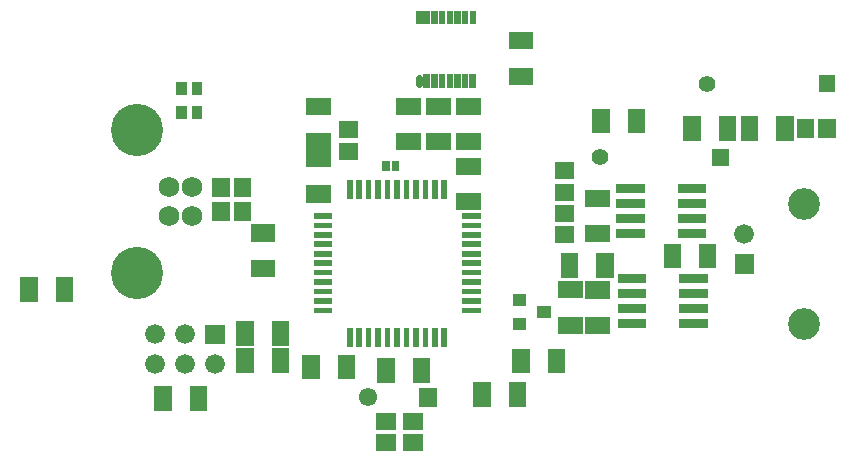
<source format=gbr>
G04 start of page 6 for group -4063 idx -4063 *
G04 Title: (unknown), componentmask *
G04 Creator: pcb 1.99z *
G04 CreationDate: Thu 26 Sep 2013 01:10:09 AM GMT UTC *
G04 For: commonadmin *
G04 Format: Gerber/RS-274X *
G04 PCB-Dimensions: 600000 500000 *
G04 PCB-Coordinate-Origin: lower left *
%MOIN*%
%FSLAX25Y25*%
%LNTOPMASK*%
%ADD78R,0.0300X0.0300*%
%ADD77R,0.0400X0.0400*%
%ADD76R,0.0257X0.0257*%
%ADD75R,0.0220X0.0220*%
%ADD74C,0.0220*%
%ADD73R,0.0187X0.0187*%
%ADD72R,0.0572X0.0572*%
%ADD71R,0.0355X0.0355*%
%ADD70C,0.0610*%
%ADD69C,0.1740*%
%ADD68C,0.0680*%
%ADD67C,0.1060*%
%ADD66C,0.0660*%
%ADD65C,0.0560*%
%ADD64C,0.0001*%
G54D64*G36*
X243700Y115800D02*Y110200D01*
X249300D01*
Y115800D01*
X243700D01*
G37*
G54D65*X206500Y113000D03*
G54D64*G36*
X251200Y80800D02*Y74200D01*
X257800D01*
Y80800D01*
X251200D01*
G37*
G54D66*X254500Y87500D03*
G54D67*X274500Y97500D03*
Y57500D03*
G54D64*G36*
X279200Y140300D02*Y134700D01*
X284800D01*
Y140300D01*
X279200D01*
G37*
G54D65*X242000Y137500D03*
G54D64*G36*
X145950Y35950D02*Y29850D01*
X152050D01*
Y35950D01*
X145950D01*
G37*
G54D68*X62700Y93300D03*
Y103100D03*
X70500D03*
Y93300D03*
G54D69*X52000Y74500D03*
Y121900D03*
G54D70*X129000Y32900D03*
G54D64*G36*
X74700Y57200D02*Y50600D01*
X81300D01*
Y57200D01*
X74700D01*
G37*
G54D66*X78000Y43900D03*
X68000D03*
X58000D03*
X68000Y53900D03*
X58000D03*
G54D71*X72000Y128392D02*Y127408D01*
X66882Y128392D02*Y127408D01*
Y136392D02*Y135408D01*
X72000Y136392D02*Y135408D01*
G54D72*X88000Y55381D02*Y53019D01*
X99810Y55381D02*Y53019D01*
X88000Y46381D02*Y44019D01*
X72500Y33681D02*Y31319D01*
X60690Y33681D02*Y31319D01*
X99810Y46381D02*Y44019D01*
X92819Y87710D02*X95181D01*
X92819Y75900D02*X95181D01*
X80000Y95293D02*Y94507D01*
X87086Y95293D02*Y94507D01*
X80000Y103293D02*Y102507D01*
X87086Y103293D02*Y102507D01*
X110005Y44306D02*Y41944D01*
X121815Y44306D02*Y41944D01*
X134607Y17900D02*X135393D01*
X134607Y24986D02*X135393D01*
X135000Y43081D02*Y40719D01*
G54D73*X122937Y55176D02*Y50750D01*
X126086Y55176D02*Y50750D01*
X129236Y55176D02*Y50750D01*
X132385Y55176D02*Y50750D01*
X135535Y55176D02*Y50750D01*
X138685Y55176D02*Y50750D01*
X111787Y90247D02*X116213D01*
X111787Y87097D02*X116213D01*
X111787Y83948D02*X116213D01*
X111787Y80798D02*X116213D01*
X111787Y77648D02*X116213D01*
X111787Y74499D02*X116213D01*
X111787Y71349D02*X116213D01*
X111787Y68200D02*X116213D01*
X111787Y65050D02*X116213D01*
X111787Y61900D02*X116213D01*
G54D72*X16000Y70081D02*Y67719D01*
X27810Y70081D02*Y67719D01*
G54D74*X146000Y139500D02*Y137300D01*
G54D75*X148600Y139500D02*Y137300D01*
X151100Y139500D02*Y137300D01*
X153700Y139500D02*Y137300D01*
G54D72*X151319Y118190D02*X153681D01*
X151319Y130000D02*X153681D01*
G54D75*X156300Y139500D02*Y137300D01*
X158800Y139500D02*Y137300D01*
X161400Y139500D02*Y137300D01*
X163900Y139500D02*Y137300D01*
G54D72*X161319Y118190D02*X163681D01*
X161319Y130000D02*X163681D01*
G54D75*X164000Y160700D02*Y158500D01*
X161400Y160700D02*Y158500D01*
X158900Y160700D02*Y158500D01*
X156300Y160700D02*Y158500D01*
X153700Y160700D02*Y158500D01*
X151200Y160700D02*Y158500D01*
X148600Y160700D02*Y158500D01*
X146100Y160700D02*Y158500D01*
G54D72*X178819Y151810D02*X181181D01*
X178819Y140000D02*X181181D01*
G54D76*X135000Y110393D02*Y109607D01*
X138148Y110393D02*Y109607D01*
G54D72*X141319Y118190D02*X143681D01*
X141319Y130000D02*X143681D01*
X122107Y115000D02*X122893D01*
X122107Y122086D02*X122893D01*
X111319Y118190D02*X113681D01*
X111319Y130000D02*X113681D01*
X111319Y100690D02*X113681D01*
G54D73*X111787Y93396D02*X116213D01*
G54D72*X111319Y112500D02*X113681D01*
X161319Y110000D02*X163681D01*
X161319Y98190D02*X163681D01*
G54D73*X161157Y87096D02*X165583D01*
X161157Y90246D02*X165583D01*
X161157Y93396D02*X165583D01*
X154433Y104546D02*Y100120D01*
X151284Y104546D02*Y100120D01*
X148134Y104546D02*Y100120D01*
X144985Y104546D02*Y100120D01*
X141835Y104546D02*Y100120D01*
X138685Y104546D02*Y100120D01*
X135536Y104546D02*Y100120D01*
X132386Y104546D02*Y100120D01*
X129237Y104546D02*Y100120D01*
X126087Y104546D02*Y100120D01*
X122937Y104546D02*Y100120D01*
G54D72*X143607Y17900D02*X144393D01*
X143607Y24986D02*X144393D01*
X146810Y43081D02*Y40719D01*
G54D73*X141834Y55176D02*Y50750D01*
X144984Y55176D02*Y50750D01*
X148133Y55176D02*Y50750D01*
X151283Y55176D02*Y50750D01*
X154433Y55176D02*Y50750D01*
G54D72*X167000Y35081D02*Y32719D01*
X178810Y35081D02*Y32719D01*
X180000Y46181D02*Y43819D01*
X191810Y46181D02*Y43819D01*
G54D73*X161157Y61900D02*X165583D01*
X161157Y65049D02*X165583D01*
X161157Y68199D02*X165583D01*
X161157Y71348D02*X165583D01*
X161157Y74498D02*X165583D01*
X161157Y80797D02*X165583D01*
X161157Y83947D02*X165583D01*
X161157Y77648D02*X165583D01*
G54D72*X207985Y78055D02*Y75693D01*
X204304Y56874D02*X206666D01*
X204304Y68684D02*X206666D01*
X204319Y87500D02*X206681D01*
X204319Y99310D02*X206681D01*
X196175Y78055D02*Y75693D01*
X195319Y68810D02*X197681D01*
X195319Y57000D02*X197681D01*
X194107Y87224D02*X194893D01*
X194107Y94310D02*X194893D01*
X194107Y101310D02*X194893D01*
X194107Y108396D02*X194893D01*
G54D77*X179200Y65300D02*X179800D01*
X187400Y61400D02*X188000D01*
X179200Y57500D02*X179800D01*
G54D72*X218500Y126181D02*Y123819D01*
G54D78*X213250Y102500D02*X219750D01*
X213250Y97500D02*X219750D01*
X213250Y92500D02*X219750D01*
X213250Y87500D02*X219750D01*
G54D72*X206690Y126181D02*Y123819D01*
X237000Y123681D02*Y121319D01*
X248810Y123681D02*Y121319D01*
X256189Y123681D02*Y121319D01*
X267999Y123681D02*Y121319D01*
X274914Y122893D02*Y122107D01*
X282000Y122893D02*Y122107D01*
X230500Y81181D02*Y78819D01*
X242310Y81181D02*Y78819D01*
G54D78*X233750Y87500D02*X240250D01*
X233750Y92500D02*X240250D01*
X233750Y97500D02*X240250D01*
X233750Y102500D02*X240250D01*
X213750Y72500D02*X220250D01*
X234250D02*X240750D01*
X213750Y67500D02*X220250D01*
X234250D02*X240750D01*
X213750Y62500D02*X220250D01*
X213750Y57500D02*X220250D01*
X234250D02*X240750D01*
X234250Y62500D02*X240750D01*
M02*

</source>
